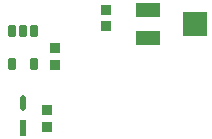
<source format=gbr>
%TF.GenerationSoftware,Altium Limited,Altium Designer,23.6.0 (18)*%
G04 Layer_Color=8421504*
%FSLAX45Y45*%
%MOMM*%
%TF.SameCoordinates,57B8E715-CDE8-4F81-9698-3B096703D57B*%
%TF.FilePolarity,Positive*%
%TF.FileFunction,Paste,Top*%
%TF.Part,Single*%
G01*
G75*
%TA.AperFunction,SMDPad,CuDef*%
G04:AMPARAMS|DCode=10|XSize=1.35523mm|YSize=0.47583mm|CornerRadius=0.23791mm|HoleSize=0mm|Usage=FLASHONLY|Rotation=90.000|XOffset=0mm|YOffset=0mm|HoleType=Round|Shape=RoundedRectangle|*
%AMROUNDEDRECTD10*
21,1,1.35523,0.00000,0,0,90.0*
21,1,0.87941,0.47583,0,0,90.0*
1,1,0.47583,0.00000,0.43970*
1,1,0.47583,0.00000,-0.43970*
1,1,0.47583,0.00000,-0.43970*
1,1,0.47583,0.00000,0.43970*
%
%ADD10ROUNDEDRECTD10*%
%ADD11R,0.47583X1.35523*%
%ADD12R,0.91213X0.95814*%
G04:AMPARAMS|DCode=13|XSize=0.6mm|YSize=1mm|CornerRadius=0.051mm|HoleSize=0mm|Usage=FLASHONLY|Rotation=0.000|XOffset=0mm|YOffset=0mm|HoleType=Round|Shape=RoundedRectangle|*
%AMROUNDEDRECTD13*
21,1,0.60000,0.89800,0,0,0.0*
21,1,0.49800,1.00000,0,0,0.0*
1,1,0.10200,0.24900,-0.44900*
1,1,0.10200,-0.24900,-0.44900*
1,1,0.10200,-0.24900,0.44900*
1,1,0.10200,0.24900,0.44900*
%
%ADD13ROUNDEDRECTD13*%
%ADD14R,0.91213X0.95872*%
%ADD15R,2.00660X1.29540*%
%ADD16R,2.00660X2.00660*%
D10*
X-700000Y1327548D02*
D03*
D11*
Y1122452D02*
D03*
D12*
X-500000Y1129800D02*
D03*
Y1270199D02*
D03*
X0Y1979800D02*
D03*
Y2120199D02*
D03*
D13*
X-605000Y1662500D02*
D03*
X-795000D02*
D03*
Y1937500D02*
D03*
X-700000D02*
D03*
X-605000D02*
D03*
D14*
X-425000Y1797671D02*
D03*
Y1652329D02*
D03*
D15*
X360000Y2115000D02*
D03*
Y1885000D02*
D03*
D16*
X760000Y2000000D02*
D03*
%TF.MD5,d523aeee45c14d7d36099e2629a91fe4*%
M02*

</source>
